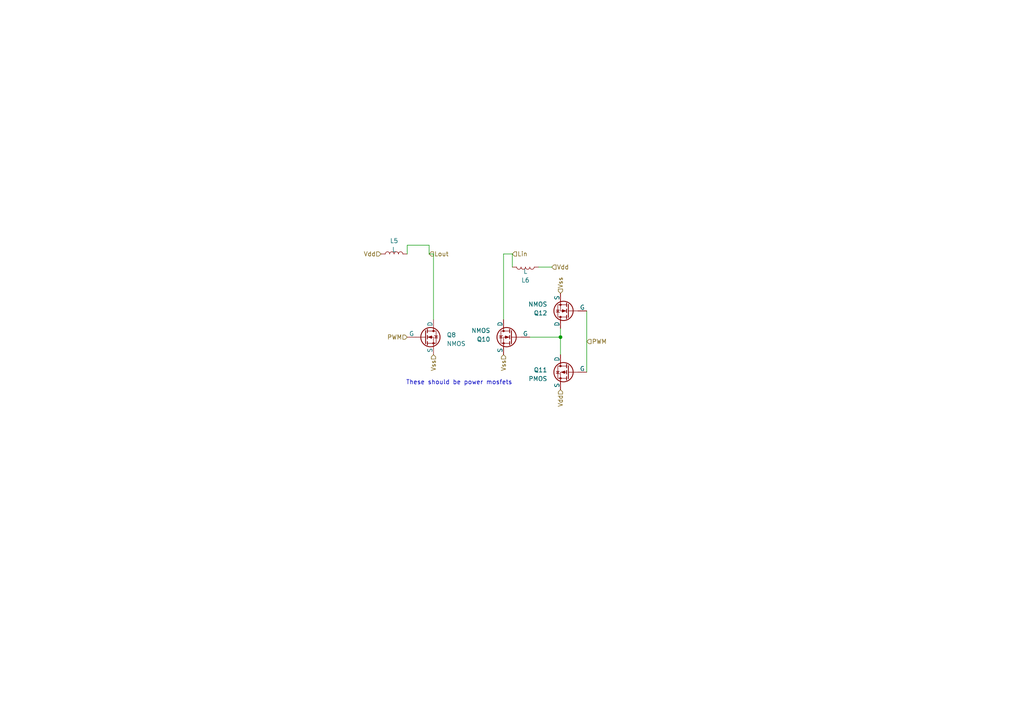
<source format=kicad_sch>
(kicad_sch (version 20230121) (generator eeschema)
  (paper "A4")
  (lib_symbols
    (symbol "Device:L" (pin_numbers hide) (pin_names (offset 1.016) hide)
      (property "Reference" "L" (at -1.27 0 90))
      (property "Value" "L" (at 1.905 0 90))
      (symbol "L_0_1"
        (arc (start 0 -2.54) (mid 0.6323 -1.905) (end 0 -1.27))
        (arc (start 0 -1.27) (mid 0.6323 -0.635) (end 0 0))
        (arc (start 0 0) (mid 0.6323 0.635) (end 0 1.27))
        (arc (start 0 1.27) (mid 0.6323 1.905) (end 0 2.54))
      )
      (symbol "L_1_1"
        (pin passive line (at 0 3.81 270) (length 1.27) (name "1") (number "1"))
        (pin passive line (at 0 -3.81 90) (length 1.27) (name "2") (number "2"))
      )
    )
    (symbol "Simulation_SPICE:NMOS" (pin_numbers hide) (pin_names (offset 0))
      (property "Reference" "Q" (at 5.08 1.27 0))
      (property "Value" "NMOS" (at 5.08 -1.27 0))
      (symbol "NMOS_0_1"
        (polyline (pts (xy 0.254 0) (xy -2.54 0)))
        (polyline (pts (xy 0.254 1.905) (xy 0.254 -1.905)) (stroke (width 0.254)))
        (polyline (pts (xy 0.762 -1.27) (xy 0.762 -2.286)) (stroke (width 0.254)))
        (polyline (pts (xy 0.762 0.508) (xy 0.762 -0.508)) (stroke (width 0.254)))
        (polyline (pts (xy 0.762 2.286) (xy 0.762 1.27)) (stroke (width 0.254)))
        (polyline (pts (xy 2.54 2.54) (xy 2.54 1.778)))
        (polyline (pts (xy 2.54 -2.54) (xy 2.54 0) (xy 0.762 0)))
        (polyline (pts (xy 0.762 -1.778) (xy 3.302 -1.778) (xy 3.302 1.778) (xy 0.762 1.778)))
        (polyline (pts (xy 1.016 0) (xy 2.032 0.381) (xy 2.032 -0.381) (xy 1.016 0)) (fill (type outline)))
        (polyline (pts (xy 2.794 0.508) (xy 2.921 0.381) (xy 3.683 0.381) (xy 3.81 0.254)))
        (polyline (pts (xy 3.302 0.381) (xy 2.921 -0.254) (xy 3.683 -0.254) (xy 3.302 0.381)))
        (circle (center 1.651 0) (radius 2.794) (stroke (width 0.254)))
        (circle (center 2.54 -1.778) (radius 0.254) (fill (type outline)))
        (circle (center 2.54 1.778) (radius 0.254) (fill (type outline)))
      )
      (symbol "NMOS_1_1"
        (pin passive line (at 2.54 5.08 270) (length 2.54) (name "D") (number "1"))
        (pin input line (at -5.08 0 0) (length 2.54) (name "G") (number "2"))
        (pin passive line (at 2.54 -5.08 90) (length 2.54) (name "S") (number "3"))
      )
    )
    (symbol "Simulation_SPICE:PMOS" (pin_numbers hide) (pin_names (offset 0))
      (property "Reference" "Q" (at 5.08 1.27 0))
      (property "Value" "PMOS" (at 5.08 -1.27 0))
      (symbol "PMOS_0_1"
        (polyline (pts (xy 0.254 0) (xy -2.54 0)))
        (polyline (pts (xy 0.254 1.905) (xy 0.254 -1.905)) (stroke (width 0.254)))
        (polyline (pts (xy 0.762 -1.27) (xy 0.762 -2.286)) (stroke (width 0.254)))
        (polyline (pts (xy 0.762 0.508) (xy 0.762 -0.508)) (stroke (width 0.254)))
        (polyline (pts (xy 0.762 2.286) (xy 0.762 1.27)) (stroke (width 0.254)))
        (polyline (pts (xy 2.54 2.54) (xy 2.54 1.778)))
        (polyline (pts (xy 2.54 -2.54) (xy 2.54 0) (xy 0.762 0)))
        (polyline (pts (xy 0.762 1.778) (xy 3.302 1.778) (xy 3.302 -1.778) (xy 0.762 -1.778)))
        (polyline (pts (xy 2.286 0) (xy 1.27 0.381) (xy 1.27 -0.381) (xy 2.286 0)) (fill (type outline)))
        (polyline (pts (xy 2.794 -0.508) (xy 2.921 -0.381) (xy 3.683 -0.381) (xy 3.81 -0.254)))
        (polyline (pts (xy 3.302 -0.381) (xy 2.921 0.254) (xy 3.683 0.254) (xy 3.302 -0.381)))
        (circle (center 1.651 0) (radius 2.794) (stroke (width 0.254)))
        (circle (center 2.54 -1.778) (radius 0.254) (fill (type outline)))
        (circle (center 2.54 1.778) (radius 0.254) (fill (type outline)))
      )
      (symbol "PMOS_1_1"
        (pin passive line (at 2.54 5.08 270) (length 2.54) (name "D") (number "1"))
        (pin input line (at -5.08 0 0) (length 2.54) (name "G") (number "2"))
        (pin passive line (at 2.54 -5.08 90) (length 2.54) (name "S") (number "3"))
      )
    )
  )
  (junction (at 162.56 97.79))
  (wire (pts (xy 118.11 71.12) (xy 124.46 71.12)))
  (wire (pts (xy 125.73 92.71) (xy 125.73 73.66)))
  (wire (pts (xy 118.11 71.12) (xy 118.11 73.66)))
  (wire (pts (xy 125.73 73.66) (xy 124.46 73.66)))
  (wire (pts (xy 153.67 97.79) (xy 162.56 97.79)))
  (wire (pts (xy 162.56 102.87) (xy 162.56 97.79)))
  (wire (pts (xy 148.59 73.66) (xy 148.59 77.47)))
  (wire (pts (xy 170.18 107.95) (xy 170.18 90.17)))
  (wire (pts (xy 156.21 77.47) (xy 160.02 77.47)))
  (wire (pts (xy 146.05 92.71) (xy 146.05 73.66)))
  (wire (pts (xy 162.56 97.79) (xy 162.56 95.25)))
  (wire (pts (xy 146.05 73.66) (xy 148.59 73.66)))
  (wire (pts (xy 124.46 71.12) (xy 124.46 73.66)))
  (text "These should be power mosfets" (at 148.59 111.76 0) (effects (font (size 1.27 1.27)) (justify right bottom)))
  (hierarchical_label "Lout" (shape input) (at 124.46 73.66 0))
  (hierarchical_label "Vss" (shape input) (at 125.73 102.87 270))
  (hierarchical_label "Vss" (shape input) (at 162.56 85.09 90))
  (hierarchical_label "Vdd" (shape input) (at 110.49 73.66 180))
  (hierarchical_label "PWM" (shape input) (at 118.11 97.79 180))
  (hierarchical_label "Vss" (shape input) (at 146.05 102.87 270))
  (hierarchical_label "Vdd" (shape input) (at 162.56 113.03 270))
  (hierarchical_label "PWM" (shape input) (at 170.18 99.06 0))
  (hierarchical_label "Lin" (shape input) (at 148.59 73.66 0))
  (hierarchical_label "Vdd" (shape input) (at 160.02 77.47 0))
  (symbol (lib_id "Simulation_SPICE:NMOS") (at 148.59 97.79 0) (mirror y) (unit 1)
    (property "Reference" "Q10" (at 142.24 98.425 0) (effects (justify left)))
    (property "Value" "NMOS" (at 142.24 95.885 0) (effects (justify left)))
    (property "Datasheet" "https://ngspice.sourceforge.io/docs/ngspice-manual.pdf" (effects hide))
    (property "Sim.Device" "NMOS" (effects hide))
    (property "Sim.Type" "VDMOS" (effects hide))
    (property "Sim.Pins" "1=D 2=G 3=S" (effects hide))
  )
  (symbol (lib_id "Device:L") (at 152.4 77.47 270) (unit 1)
    (property "Reference" "L6" (at 152.4 81.28 90))
    (property "Value" "L" (at 152.4 78.74 90))
  )
  (symbol (lib_id "Device:L") (at 114.3 73.66 90) (unit 1)
    (property "Reference" "L5" (at 114.3 69.85 90))
    (property "Value" "L" (at 114.3 72.39 90))
  )
  (symbol (lib_id "Simulation_SPICE:PMOS") (at 165.1 107.95 0) (mirror y) (unit 1)
    (property "Reference" "Q11" (at 158.75 107.315 0) (effects (justify left)))
    (property "Value" "PMOS" (at 158.75 109.855 0) (effects (justify left)))
    (property "Datasheet" "https://ngspice.sourceforge.io/docs/ngspice-manual.pdf" (effects hide))
    (property "Sim.Device" "PMOS" (effects hide))
    (property "Sim.Type" "VDMOS" (effects hide))
    (property "Sim.Pins" "1=D 2=G 3=S" (effects hide))
    (instances (project "kicad" (path "" (reference "Q11") (unit 1)) (path "" (reference "Q13") (unit 1))))
  )
  (symbol (lib_id "Simulation_SPICE:NMOS") (at 123.19 97.79 0) (unit 1)
    (property "Reference" "Q8" (at 129.54 97.155 0) (effects (justify left)))
    (property "Value" "NMOS" (at 129.54 99.695 0) (effects (justify left)))
    (property "Datasheet" "https://ngspice.sourceforge.io/docs/ngspice-manual.pdf" (effects hide))
    (property "Sim.Device" "NMOS" (effects hide))
    (property "Sim.Type" "VDMOS" (effects hide))
    (property "Sim.Pins" "1=D 2=G 3=S" (effects hide))
  )
  (symbol (lib_id "Simulation_SPICE:NMOS") (at 165.1 90.17 180) (unit 1)
    (property "Reference" "Q12" (at 158.75 90.805 0) (effects (justify left)))
    (property "Value" "NMOS" (at 158.75 88.265 0) (effects (justify left)))
    (property "Datasheet" "https://ngspice.sourceforge.io/docs/ngspice-manual.pdf" (effects hide))
    (property "Sim.Device" "NMOS" (effects hide))
    (property "Sim.Type" "VDMOS" (effects hide))
    (property "Sim.Pins" "1=D 2=G 3=S" (effects hide))
    (instances (project "kicad" (path "" (reference "Q12") (unit 1)) (path "" (reference "Q14") (unit 1))))
  )
)
</source>
